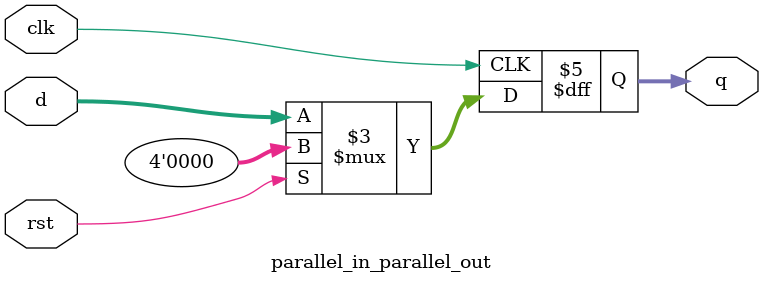
<source format=v>
`timescale 1ns / 1ps


module parallel_in_parallel_out(
    input clk,
    input rst,
    input [3:0] d,
    output reg [3:0] q
    );
    always @ (posedge clk)
    begin 
    if(rst)
    q<=4'b0000;
    else
    q<=d;
    
    end
endmodule

</source>
